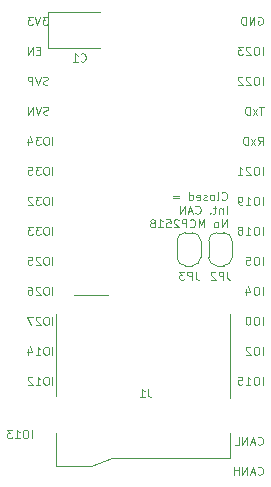
<source format=gbo>
G04 #@! TF.GenerationSoftware,KiCad,Pcbnew,(5.1.10)-1*
G04 #@! TF.CreationDate,2021-08-06T13:08:38+02:00*
G04 #@! TF.ProjectId,esp32,65737033-322e-46b6-9963-61645f706362,rev?*
G04 #@! TF.SameCoordinates,Original*
G04 #@! TF.FileFunction,Legend,Bot*
G04 #@! TF.FilePolarity,Positive*
%FSLAX46Y46*%
G04 Gerber Fmt 4.6, Leading zero omitted, Abs format (unit mm)*
G04 Created by KiCad (PCBNEW (5.1.10)-1) date 2021-08-06 13:08:38*
%MOMM*%
%LPD*%
G01*
G04 APERTURE LIST*
%ADD10C,0.100000*%
%ADD11C,0.120000*%
%ADD12R,1.600000X1.400000*%
%ADD13R,1.200000X2.200000*%
%ADD14C,1.000000*%
%ADD15R,0.700000X1.400000*%
%ADD16R,1.700000X1.700000*%
%ADD17O,1.700000X1.700000*%
G04 APERTURE END LIST*
D10*
X104270333Y-81142000D02*
X104303666Y-81175333D01*
X104403666Y-81208666D01*
X104470333Y-81208666D01*
X104570333Y-81175333D01*
X104637000Y-81108666D01*
X104670333Y-81042000D01*
X104703666Y-80908666D01*
X104703666Y-80808666D01*
X104670333Y-80675333D01*
X104637000Y-80608666D01*
X104570333Y-80542000D01*
X104470333Y-80508666D01*
X104403666Y-80508666D01*
X104303666Y-80542000D01*
X104270333Y-80575333D01*
X103870333Y-81208666D02*
X103937000Y-81175333D01*
X103970333Y-81108666D01*
X103970333Y-80508666D01*
X103503666Y-81208666D02*
X103570333Y-81175333D01*
X103603666Y-81142000D01*
X103637000Y-81075333D01*
X103637000Y-80875333D01*
X103603666Y-80808666D01*
X103570333Y-80775333D01*
X103503666Y-80742000D01*
X103403666Y-80742000D01*
X103337000Y-80775333D01*
X103303666Y-80808666D01*
X103270333Y-80875333D01*
X103270333Y-81075333D01*
X103303666Y-81142000D01*
X103337000Y-81175333D01*
X103403666Y-81208666D01*
X103503666Y-81208666D01*
X103003666Y-81175333D02*
X102937000Y-81208666D01*
X102803666Y-81208666D01*
X102737000Y-81175333D01*
X102703666Y-81108666D01*
X102703666Y-81075333D01*
X102737000Y-81008666D01*
X102803666Y-80975333D01*
X102903666Y-80975333D01*
X102970333Y-80942000D01*
X103003666Y-80875333D01*
X103003666Y-80842000D01*
X102970333Y-80775333D01*
X102903666Y-80742000D01*
X102803666Y-80742000D01*
X102737000Y-80775333D01*
X102137000Y-81175333D02*
X102203666Y-81208666D01*
X102337000Y-81208666D01*
X102403666Y-81175333D01*
X102437000Y-81108666D01*
X102437000Y-80842000D01*
X102403666Y-80775333D01*
X102337000Y-80742000D01*
X102203666Y-80742000D01*
X102137000Y-80775333D01*
X102103666Y-80842000D01*
X102103666Y-80908666D01*
X102437000Y-80975333D01*
X101503666Y-81208666D02*
X101503666Y-80508666D01*
X101503666Y-81175333D02*
X101570333Y-81208666D01*
X101703666Y-81208666D01*
X101770333Y-81175333D01*
X101803666Y-81142000D01*
X101837000Y-81075333D01*
X101837000Y-80875333D01*
X101803666Y-80808666D01*
X101770333Y-80775333D01*
X101703666Y-80742000D01*
X101570333Y-80742000D01*
X101503666Y-80775333D01*
X100637000Y-80842000D02*
X100103666Y-80842000D01*
X100103666Y-81042000D02*
X100637000Y-81042000D01*
X104670333Y-82358666D02*
X104670333Y-81658666D01*
X104337000Y-81892000D02*
X104337000Y-82358666D01*
X104337000Y-81958666D02*
X104303666Y-81925333D01*
X104237000Y-81892000D01*
X104137000Y-81892000D01*
X104070333Y-81925333D01*
X104037000Y-81992000D01*
X104037000Y-82358666D01*
X103803666Y-81892000D02*
X103537000Y-81892000D01*
X103703666Y-81658666D02*
X103703666Y-82258666D01*
X103670333Y-82325333D01*
X103603666Y-82358666D01*
X103537000Y-82358666D01*
X103303666Y-82292000D02*
X103270333Y-82325333D01*
X103303666Y-82358666D01*
X103337000Y-82325333D01*
X103303666Y-82292000D01*
X103303666Y-82358666D01*
X102037000Y-82292000D02*
X102070333Y-82325333D01*
X102170333Y-82358666D01*
X102237000Y-82358666D01*
X102337000Y-82325333D01*
X102403666Y-82258666D01*
X102437000Y-82192000D01*
X102470333Y-82058666D01*
X102470333Y-81958666D01*
X102437000Y-81825333D01*
X102403666Y-81758666D01*
X102337000Y-81692000D01*
X102237000Y-81658666D01*
X102170333Y-81658666D01*
X102070333Y-81692000D01*
X102037000Y-81725333D01*
X101770333Y-82158666D02*
X101437000Y-82158666D01*
X101837000Y-82358666D02*
X101603666Y-81658666D01*
X101370333Y-82358666D01*
X101137000Y-82358666D02*
X101137000Y-81658666D01*
X100737000Y-82358666D01*
X100737000Y-81658666D01*
X104670333Y-83508666D02*
X104670333Y-82808666D01*
X104270333Y-83508666D01*
X104270333Y-82808666D01*
X103837000Y-83508666D02*
X103903666Y-83475333D01*
X103937000Y-83442000D01*
X103970333Y-83375333D01*
X103970333Y-83175333D01*
X103937000Y-83108666D01*
X103903666Y-83075333D01*
X103837000Y-83042000D01*
X103737000Y-83042000D01*
X103670333Y-83075333D01*
X103637000Y-83108666D01*
X103603666Y-83175333D01*
X103603666Y-83375333D01*
X103637000Y-83442000D01*
X103670333Y-83475333D01*
X103737000Y-83508666D01*
X103837000Y-83508666D01*
X102770333Y-83508666D02*
X102770333Y-82808666D01*
X102537000Y-83308666D01*
X102303666Y-82808666D01*
X102303666Y-83508666D01*
X101570333Y-83442000D02*
X101603666Y-83475333D01*
X101703666Y-83508666D01*
X101770333Y-83508666D01*
X101870333Y-83475333D01*
X101937000Y-83408666D01*
X101970333Y-83342000D01*
X102003666Y-83208666D01*
X102003666Y-83108666D01*
X101970333Y-82975333D01*
X101937000Y-82908666D01*
X101870333Y-82842000D01*
X101770333Y-82808666D01*
X101703666Y-82808666D01*
X101603666Y-82842000D01*
X101570333Y-82875333D01*
X101270333Y-83508666D02*
X101270333Y-82808666D01*
X101003666Y-82808666D01*
X100937000Y-82842000D01*
X100903666Y-82875333D01*
X100870333Y-82942000D01*
X100870333Y-83042000D01*
X100903666Y-83108666D01*
X100937000Y-83142000D01*
X101003666Y-83175333D01*
X101270333Y-83175333D01*
X100603666Y-82875333D02*
X100570333Y-82842000D01*
X100503666Y-82808666D01*
X100337000Y-82808666D01*
X100270333Y-82842000D01*
X100237000Y-82875333D01*
X100203666Y-82942000D01*
X100203666Y-83008666D01*
X100237000Y-83108666D01*
X100637000Y-83508666D01*
X100203666Y-83508666D01*
X99570333Y-82808666D02*
X99903666Y-82808666D01*
X99937000Y-83142000D01*
X99903666Y-83108666D01*
X99837000Y-83075333D01*
X99670333Y-83075333D01*
X99603666Y-83108666D01*
X99570333Y-83142000D01*
X99537000Y-83208666D01*
X99537000Y-83375333D01*
X99570333Y-83442000D01*
X99603666Y-83475333D01*
X99670333Y-83508666D01*
X99837000Y-83508666D01*
X99903666Y-83475333D01*
X99937000Y-83442000D01*
X98870333Y-83508666D02*
X99270333Y-83508666D01*
X99070333Y-83508666D02*
X99070333Y-82808666D01*
X99137000Y-82908666D01*
X99203666Y-82975333D01*
X99270333Y-83008666D01*
X98470333Y-83108666D02*
X98537000Y-83075333D01*
X98570333Y-83042000D01*
X98603666Y-82975333D01*
X98603666Y-82942000D01*
X98570333Y-82875333D01*
X98537000Y-82842000D01*
X98470333Y-82808666D01*
X98337000Y-82808666D01*
X98270333Y-82842000D01*
X98237000Y-82875333D01*
X98203666Y-82942000D01*
X98203666Y-82975333D01*
X98237000Y-83042000D01*
X98270333Y-83075333D01*
X98337000Y-83108666D01*
X98470333Y-83108666D01*
X98537000Y-83142000D01*
X98570333Y-83175333D01*
X98603666Y-83242000D01*
X98603666Y-83375333D01*
X98570333Y-83442000D01*
X98537000Y-83475333D01*
X98470333Y-83508666D01*
X98337000Y-83508666D01*
X98270333Y-83475333D01*
X98237000Y-83442000D01*
X98203666Y-83375333D01*
X98203666Y-83242000D01*
X98237000Y-83175333D01*
X98270333Y-83142000D01*
X98337000Y-83108666D01*
D11*
X94665000Y-89222000D02*
X91765000Y-89222000D01*
X90190000Y-90822000D02*
X90190000Y-97822000D01*
X90190000Y-103722000D02*
X93190000Y-103722000D01*
X93165000Y-103722000D02*
X94965000Y-103022000D01*
X94965000Y-103022000D02*
X104940000Y-103022000D01*
X104940000Y-97922000D02*
X104940000Y-90822000D01*
X104940000Y-103022000D02*
X104940000Y-100922000D01*
X90190000Y-100922000D02*
X90190000Y-103722000D01*
X105140000Y-86044000D02*
X105140000Y-84644000D01*
X104440000Y-83944000D02*
X103840000Y-83944000D01*
X103140000Y-84644000D02*
X103140000Y-86044000D01*
X103840000Y-86744000D02*
X104440000Y-86744000D01*
X104440000Y-86744000D02*
G75*
G03*
X105140000Y-86044000I0J700000D01*
G01*
X103140000Y-86044000D02*
G75*
G03*
X103840000Y-86744000I700000J0D01*
G01*
X103840000Y-83944000D02*
G75*
G03*
X103140000Y-84644000I0J-700000D01*
G01*
X105140000Y-84644000D02*
G75*
G03*
X104440000Y-83944000I-700000J0D01*
G01*
X101173000Y-86744000D02*
X101773000Y-86744000D01*
X100473000Y-84644000D02*
X100473000Y-86044000D01*
X101773000Y-83944000D02*
X101173000Y-83944000D01*
X102473000Y-86044000D02*
X102473000Y-84644000D01*
X102473000Y-84644000D02*
G75*
G03*
X101773000Y-83944000I-700000J0D01*
G01*
X101173000Y-83944000D02*
G75*
G03*
X100473000Y-84644000I0J-700000D01*
G01*
X100473000Y-86044000D02*
G75*
G03*
X101173000Y-86744000I700000J0D01*
G01*
X101773000Y-86744000D02*
G75*
G03*
X102473000Y-86044000I0J700000D01*
G01*
X89567000Y-65292000D02*
X93952000Y-65292000D01*
X89567000Y-68312000D02*
X89567000Y-65292000D01*
X93952000Y-68312000D02*
X89567000Y-68312000D01*
D10*
X98023333Y-97152666D02*
X98023333Y-97652666D01*
X98056666Y-97752666D01*
X98123333Y-97819333D01*
X98223333Y-97852666D01*
X98290000Y-97852666D01*
X97323333Y-97852666D02*
X97723333Y-97852666D01*
X97523333Y-97852666D02*
X97523333Y-97152666D01*
X97590000Y-97252666D01*
X97656666Y-97319333D01*
X97723333Y-97352666D01*
X89928333Y-79056666D02*
X89928333Y-78356666D01*
X89461666Y-78356666D02*
X89328333Y-78356666D01*
X89261666Y-78390000D01*
X89195000Y-78456666D01*
X89161666Y-78590000D01*
X89161666Y-78823333D01*
X89195000Y-78956666D01*
X89261666Y-79023333D01*
X89328333Y-79056666D01*
X89461666Y-79056666D01*
X89528333Y-79023333D01*
X89595000Y-78956666D01*
X89628333Y-78823333D01*
X89628333Y-78590000D01*
X89595000Y-78456666D01*
X89528333Y-78390000D01*
X89461666Y-78356666D01*
X88928333Y-78356666D02*
X88495000Y-78356666D01*
X88728333Y-78623333D01*
X88628333Y-78623333D01*
X88561666Y-78656666D01*
X88528333Y-78690000D01*
X88495000Y-78756666D01*
X88495000Y-78923333D01*
X88528333Y-78990000D01*
X88561666Y-79023333D01*
X88628333Y-79056666D01*
X88828333Y-79056666D01*
X88895000Y-79023333D01*
X88928333Y-78990000D01*
X87861666Y-78356666D02*
X88195000Y-78356666D01*
X88228333Y-78690000D01*
X88195000Y-78656666D01*
X88128333Y-78623333D01*
X87961666Y-78623333D01*
X87895000Y-78656666D01*
X87861666Y-78690000D01*
X87828333Y-78756666D01*
X87828333Y-78923333D01*
X87861666Y-78990000D01*
X87895000Y-79023333D01*
X87961666Y-79056666D01*
X88128333Y-79056666D01*
X88195000Y-79023333D01*
X88228333Y-78990000D01*
X89928333Y-94296666D02*
X89928333Y-93596666D01*
X89461666Y-93596666D02*
X89328333Y-93596666D01*
X89261666Y-93630000D01*
X89195000Y-93696666D01*
X89161666Y-93830000D01*
X89161666Y-94063333D01*
X89195000Y-94196666D01*
X89261666Y-94263333D01*
X89328333Y-94296666D01*
X89461666Y-94296666D01*
X89528333Y-94263333D01*
X89595000Y-94196666D01*
X89628333Y-94063333D01*
X89628333Y-93830000D01*
X89595000Y-93696666D01*
X89528333Y-93630000D01*
X89461666Y-93596666D01*
X88495000Y-94296666D02*
X88895000Y-94296666D01*
X88695000Y-94296666D02*
X88695000Y-93596666D01*
X88761666Y-93696666D01*
X88828333Y-93763333D01*
X88895000Y-93796666D01*
X87895000Y-93830000D02*
X87895000Y-94296666D01*
X88061666Y-93563333D02*
X88228333Y-94063333D01*
X87795000Y-94063333D01*
X88895000Y-68530000D02*
X88661666Y-68530000D01*
X88561666Y-68896666D02*
X88895000Y-68896666D01*
X88895000Y-68196666D01*
X88561666Y-68196666D01*
X88261666Y-68896666D02*
X88261666Y-68196666D01*
X87861666Y-68896666D01*
X87861666Y-68196666D01*
X89928333Y-89216666D02*
X89928333Y-88516666D01*
X89461666Y-88516666D02*
X89328333Y-88516666D01*
X89261666Y-88550000D01*
X89195000Y-88616666D01*
X89161666Y-88750000D01*
X89161666Y-88983333D01*
X89195000Y-89116666D01*
X89261666Y-89183333D01*
X89328333Y-89216666D01*
X89461666Y-89216666D01*
X89528333Y-89183333D01*
X89595000Y-89116666D01*
X89628333Y-88983333D01*
X89628333Y-88750000D01*
X89595000Y-88616666D01*
X89528333Y-88550000D01*
X89461666Y-88516666D01*
X88895000Y-88583333D02*
X88861666Y-88550000D01*
X88795000Y-88516666D01*
X88628333Y-88516666D01*
X88561666Y-88550000D01*
X88528333Y-88583333D01*
X88495000Y-88650000D01*
X88495000Y-88716666D01*
X88528333Y-88816666D01*
X88928333Y-89216666D01*
X88495000Y-89216666D01*
X87895000Y-88516666D02*
X88028333Y-88516666D01*
X88095000Y-88550000D01*
X88128333Y-88583333D01*
X88195000Y-88683333D01*
X88228333Y-88816666D01*
X88228333Y-89083333D01*
X88195000Y-89150000D01*
X88161666Y-89183333D01*
X88095000Y-89216666D01*
X87961666Y-89216666D01*
X87895000Y-89183333D01*
X87861666Y-89150000D01*
X87828333Y-89083333D01*
X87828333Y-88916666D01*
X87861666Y-88850000D01*
X87895000Y-88816666D01*
X87961666Y-88783333D01*
X88095000Y-88783333D01*
X88161666Y-88816666D01*
X88195000Y-88850000D01*
X88228333Y-88916666D01*
X89928333Y-81596666D02*
X89928333Y-80896666D01*
X89461666Y-80896666D02*
X89328333Y-80896666D01*
X89261666Y-80930000D01*
X89195000Y-80996666D01*
X89161666Y-81130000D01*
X89161666Y-81363333D01*
X89195000Y-81496666D01*
X89261666Y-81563333D01*
X89328333Y-81596666D01*
X89461666Y-81596666D01*
X89528333Y-81563333D01*
X89595000Y-81496666D01*
X89628333Y-81363333D01*
X89628333Y-81130000D01*
X89595000Y-80996666D01*
X89528333Y-80930000D01*
X89461666Y-80896666D01*
X88928333Y-80896666D02*
X88495000Y-80896666D01*
X88728333Y-81163333D01*
X88628333Y-81163333D01*
X88561666Y-81196666D01*
X88528333Y-81230000D01*
X88495000Y-81296666D01*
X88495000Y-81463333D01*
X88528333Y-81530000D01*
X88561666Y-81563333D01*
X88628333Y-81596666D01*
X88828333Y-81596666D01*
X88895000Y-81563333D01*
X88928333Y-81530000D01*
X88228333Y-80963333D02*
X88195000Y-80930000D01*
X88128333Y-80896666D01*
X87961666Y-80896666D01*
X87895000Y-80930000D01*
X87861666Y-80963333D01*
X87828333Y-81030000D01*
X87828333Y-81096666D01*
X87861666Y-81196666D01*
X88261666Y-81596666D01*
X87828333Y-81596666D01*
X89528333Y-71403333D02*
X89428333Y-71436666D01*
X89261666Y-71436666D01*
X89195000Y-71403333D01*
X89161666Y-71370000D01*
X89128333Y-71303333D01*
X89128333Y-71236666D01*
X89161666Y-71170000D01*
X89195000Y-71136666D01*
X89261666Y-71103333D01*
X89395000Y-71070000D01*
X89461666Y-71036666D01*
X89495000Y-71003333D01*
X89528333Y-70936666D01*
X89528333Y-70870000D01*
X89495000Y-70803333D01*
X89461666Y-70770000D01*
X89395000Y-70736666D01*
X89228333Y-70736666D01*
X89128333Y-70770000D01*
X88928333Y-70736666D02*
X88695000Y-71436666D01*
X88461666Y-70736666D01*
X88228333Y-71436666D02*
X88228333Y-70736666D01*
X87961666Y-70736666D01*
X87895000Y-70770000D01*
X87861666Y-70803333D01*
X87828333Y-70870000D01*
X87828333Y-70970000D01*
X87861666Y-71036666D01*
X87895000Y-71070000D01*
X87961666Y-71103333D01*
X88228333Y-71103333D01*
X89928333Y-84136666D02*
X89928333Y-83436666D01*
X89461666Y-83436666D02*
X89328333Y-83436666D01*
X89261666Y-83470000D01*
X89195000Y-83536666D01*
X89161666Y-83670000D01*
X89161666Y-83903333D01*
X89195000Y-84036666D01*
X89261666Y-84103333D01*
X89328333Y-84136666D01*
X89461666Y-84136666D01*
X89528333Y-84103333D01*
X89595000Y-84036666D01*
X89628333Y-83903333D01*
X89628333Y-83670000D01*
X89595000Y-83536666D01*
X89528333Y-83470000D01*
X89461666Y-83436666D01*
X88928333Y-83436666D02*
X88495000Y-83436666D01*
X88728333Y-83703333D01*
X88628333Y-83703333D01*
X88561666Y-83736666D01*
X88528333Y-83770000D01*
X88495000Y-83836666D01*
X88495000Y-84003333D01*
X88528333Y-84070000D01*
X88561666Y-84103333D01*
X88628333Y-84136666D01*
X88828333Y-84136666D01*
X88895000Y-84103333D01*
X88928333Y-84070000D01*
X88261666Y-83436666D02*
X87828333Y-83436666D01*
X88061666Y-83703333D01*
X87961666Y-83703333D01*
X87895000Y-83736666D01*
X87861666Y-83770000D01*
X87828333Y-83836666D01*
X87828333Y-84003333D01*
X87861666Y-84070000D01*
X87895000Y-84103333D01*
X87961666Y-84136666D01*
X88161666Y-84136666D01*
X88228333Y-84103333D01*
X88261666Y-84070000D01*
X89928333Y-91756666D02*
X89928333Y-91056666D01*
X89461666Y-91056666D02*
X89328333Y-91056666D01*
X89261666Y-91090000D01*
X89195000Y-91156666D01*
X89161666Y-91290000D01*
X89161666Y-91523333D01*
X89195000Y-91656666D01*
X89261666Y-91723333D01*
X89328333Y-91756666D01*
X89461666Y-91756666D01*
X89528333Y-91723333D01*
X89595000Y-91656666D01*
X89628333Y-91523333D01*
X89628333Y-91290000D01*
X89595000Y-91156666D01*
X89528333Y-91090000D01*
X89461666Y-91056666D01*
X88895000Y-91123333D02*
X88861666Y-91090000D01*
X88795000Y-91056666D01*
X88628333Y-91056666D01*
X88561666Y-91090000D01*
X88528333Y-91123333D01*
X88495000Y-91190000D01*
X88495000Y-91256666D01*
X88528333Y-91356666D01*
X88928333Y-91756666D01*
X88495000Y-91756666D01*
X88261666Y-91056666D02*
X87795000Y-91056666D01*
X88095000Y-91756666D01*
X89928333Y-86676666D02*
X89928333Y-85976666D01*
X89461666Y-85976666D02*
X89328333Y-85976666D01*
X89261666Y-86010000D01*
X89195000Y-86076666D01*
X89161666Y-86210000D01*
X89161666Y-86443333D01*
X89195000Y-86576666D01*
X89261666Y-86643333D01*
X89328333Y-86676666D01*
X89461666Y-86676666D01*
X89528333Y-86643333D01*
X89595000Y-86576666D01*
X89628333Y-86443333D01*
X89628333Y-86210000D01*
X89595000Y-86076666D01*
X89528333Y-86010000D01*
X89461666Y-85976666D01*
X88895000Y-86043333D02*
X88861666Y-86010000D01*
X88795000Y-85976666D01*
X88628333Y-85976666D01*
X88561666Y-86010000D01*
X88528333Y-86043333D01*
X88495000Y-86110000D01*
X88495000Y-86176666D01*
X88528333Y-86276666D01*
X88928333Y-86676666D01*
X88495000Y-86676666D01*
X87861666Y-85976666D02*
X88195000Y-85976666D01*
X88228333Y-86310000D01*
X88195000Y-86276666D01*
X88128333Y-86243333D01*
X87961666Y-86243333D01*
X87895000Y-86276666D01*
X87861666Y-86310000D01*
X87828333Y-86376666D01*
X87828333Y-86543333D01*
X87861666Y-86610000D01*
X87895000Y-86643333D01*
X87961666Y-86676666D01*
X88128333Y-86676666D01*
X88195000Y-86643333D01*
X88228333Y-86610000D01*
X88183353Y-101335006D02*
X88183353Y-100635006D01*
X87716686Y-100635006D02*
X87583353Y-100635006D01*
X87516686Y-100668340D01*
X87450020Y-100735006D01*
X87416686Y-100868340D01*
X87416686Y-101101673D01*
X87450020Y-101235006D01*
X87516686Y-101301673D01*
X87583353Y-101335006D01*
X87716686Y-101335006D01*
X87783353Y-101301673D01*
X87850020Y-101235006D01*
X87883353Y-101101673D01*
X87883353Y-100868340D01*
X87850020Y-100735006D01*
X87783353Y-100668340D01*
X87716686Y-100635006D01*
X86750020Y-101335006D02*
X87150020Y-101335006D01*
X86950020Y-101335006D02*
X86950020Y-100635006D01*
X87016686Y-100735006D01*
X87083353Y-100801673D01*
X87150020Y-100835006D01*
X86516686Y-100635006D02*
X86083353Y-100635006D01*
X86316686Y-100901673D01*
X86216686Y-100901673D01*
X86150020Y-100935006D01*
X86116686Y-100968340D01*
X86083353Y-101035006D01*
X86083353Y-101201673D01*
X86116686Y-101268340D01*
X86150020Y-101301673D01*
X86216686Y-101335006D01*
X86416686Y-101335006D01*
X86483353Y-101301673D01*
X86516686Y-101268340D01*
X89928333Y-76516666D02*
X89928333Y-75816666D01*
X89461666Y-75816666D02*
X89328333Y-75816666D01*
X89261666Y-75850000D01*
X89195000Y-75916666D01*
X89161666Y-76050000D01*
X89161666Y-76283333D01*
X89195000Y-76416666D01*
X89261666Y-76483333D01*
X89328333Y-76516666D01*
X89461666Y-76516666D01*
X89528333Y-76483333D01*
X89595000Y-76416666D01*
X89628333Y-76283333D01*
X89628333Y-76050000D01*
X89595000Y-75916666D01*
X89528333Y-75850000D01*
X89461666Y-75816666D01*
X88928333Y-75816666D02*
X88495000Y-75816666D01*
X88728333Y-76083333D01*
X88628333Y-76083333D01*
X88561666Y-76116666D01*
X88528333Y-76150000D01*
X88495000Y-76216666D01*
X88495000Y-76383333D01*
X88528333Y-76450000D01*
X88561666Y-76483333D01*
X88628333Y-76516666D01*
X88828333Y-76516666D01*
X88895000Y-76483333D01*
X88928333Y-76450000D01*
X87895000Y-76050000D02*
X87895000Y-76516666D01*
X88061666Y-75783333D02*
X88228333Y-76283333D01*
X87795000Y-76283333D01*
X89561666Y-73943333D02*
X89461666Y-73976666D01*
X89295000Y-73976666D01*
X89228333Y-73943333D01*
X89195000Y-73910000D01*
X89161666Y-73843333D01*
X89161666Y-73776666D01*
X89195000Y-73710000D01*
X89228333Y-73676666D01*
X89295000Y-73643333D01*
X89428333Y-73610000D01*
X89495000Y-73576666D01*
X89528333Y-73543333D01*
X89561666Y-73476666D01*
X89561666Y-73410000D01*
X89528333Y-73343333D01*
X89495000Y-73310000D01*
X89428333Y-73276666D01*
X89261666Y-73276666D01*
X89161666Y-73310000D01*
X88961666Y-73276666D02*
X88728333Y-73976666D01*
X88495000Y-73276666D01*
X88261666Y-73976666D02*
X88261666Y-73276666D01*
X87861666Y-73976666D01*
X87861666Y-73276666D01*
X89928333Y-96836666D02*
X89928333Y-96136666D01*
X89461666Y-96136666D02*
X89328333Y-96136666D01*
X89261666Y-96170000D01*
X89195000Y-96236666D01*
X89161666Y-96370000D01*
X89161666Y-96603333D01*
X89195000Y-96736666D01*
X89261666Y-96803333D01*
X89328333Y-96836666D01*
X89461666Y-96836666D01*
X89528333Y-96803333D01*
X89595000Y-96736666D01*
X89628333Y-96603333D01*
X89628333Y-96370000D01*
X89595000Y-96236666D01*
X89528333Y-96170000D01*
X89461666Y-96136666D01*
X88495000Y-96836666D02*
X88895000Y-96836666D01*
X88695000Y-96836666D02*
X88695000Y-96136666D01*
X88761666Y-96236666D01*
X88828333Y-96303333D01*
X88895000Y-96336666D01*
X88228333Y-96203333D02*
X88195000Y-96170000D01*
X88128333Y-96136666D01*
X87961666Y-96136666D01*
X87895000Y-96170000D01*
X87861666Y-96203333D01*
X87828333Y-96270000D01*
X87828333Y-96336666D01*
X87861666Y-96436666D01*
X88261666Y-96836666D01*
X87828333Y-96836666D01*
X89528333Y-65656666D02*
X89095000Y-65656666D01*
X89328333Y-65923333D01*
X89228333Y-65923333D01*
X89161666Y-65956666D01*
X89128333Y-65990000D01*
X89095000Y-66056666D01*
X89095000Y-66223333D01*
X89128333Y-66290000D01*
X89161666Y-66323333D01*
X89228333Y-66356666D01*
X89428333Y-66356666D01*
X89495000Y-66323333D01*
X89528333Y-66290000D01*
X88895000Y-65656666D02*
X88661666Y-66356666D01*
X88428333Y-65656666D01*
X88261666Y-65656666D02*
X87828333Y-65656666D01*
X88061666Y-65923333D01*
X87961666Y-65923333D01*
X87895000Y-65956666D01*
X87861666Y-65990000D01*
X87828333Y-66056666D01*
X87828333Y-66223333D01*
X87861666Y-66290000D01*
X87895000Y-66323333D01*
X87961666Y-66356666D01*
X88161666Y-66356666D01*
X88228333Y-66323333D01*
X88261666Y-66290000D01*
X107351666Y-65690000D02*
X107418333Y-65656666D01*
X107518333Y-65656666D01*
X107618333Y-65690000D01*
X107685000Y-65756666D01*
X107718333Y-65823333D01*
X107751666Y-65956666D01*
X107751666Y-66056666D01*
X107718333Y-66190000D01*
X107685000Y-66256666D01*
X107618333Y-66323333D01*
X107518333Y-66356666D01*
X107451666Y-66356666D01*
X107351666Y-66323333D01*
X107318333Y-66290000D01*
X107318333Y-66056666D01*
X107451666Y-66056666D01*
X107018333Y-66356666D02*
X107018333Y-65656666D01*
X106618333Y-66356666D01*
X106618333Y-65656666D01*
X106285000Y-66356666D02*
X106285000Y-65656666D01*
X106118333Y-65656666D01*
X106018333Y-65690000D01*
X105951666Y-65756666D01*
X105918333Y-65823333D01*
X105885000Y-65956666D01*
X105885000Y-66056666D01*
X105918333Y-66190000D01*
X105951666Y-66256666D01*
X106018333Y-66323333D01*
X106118333Y-66356666D01*
X106285000Y-66356666D01*
X107718333Y-79056666D02*
X107718333Y-78356666D01*
X107251666Y-78356666D02*
X107118333Y-78356666D01*
X107051666Y-78390000D01*
X106985000Y-78456666D01*
X106951666Y-78590000D01*
X106951666Y-78823333D01*
X106985000Y-78956666D01*
X107051666Y-79023333D01*
X107118333Y-79056666D01*
X107251666Y-79056666D01*
X107318333Y-79023333D01*
X107385000Y-78956666D01*
X107418333Y-78823333D01*
X107418333Y-78590000D01*
X107385000Y-78456666D01*
X107318333Y-78390000D01*
X107251666Y-78356666D01*
X106685000Y-78423333D02*
X106651666Y-78390000D01*
X106585000Y-78356666D01*
X106418333Y-78356666D01*
X106351666Y-78390000D01*
X106318333Y-78423333D01*
X106285000Y-78490000D01*
X106285000Y-78556666D01*
X106318333Y-78656666D01*
X106718333Y-79056666D01*
X106285000Y-79056666D01*
X105618333Y-79056666D02*
X106018333Y-79056666D01*
X105818333Y-79056666D02*
X105818333Y-78356666D01*
X105885000Y-78456666D01*
X105951666Y-78523333D01*
X106018333Y-78556666D01*
X107818333Y-73276666D02*
X107418333Y-73276666D01*
X107618333Y-73976666D02*
X107618333Y-73276666D01*
X107251666Y-73976666D02*
X106885000Y-73510000D01*
X107251666Y-73510000D02*
X106885000Y-73976666D01*
X106618333Y-73976666D02*
X106618333Y-73276666D01*
X106451666Y-73276666D01*
X106351666Y-73310000D01*
X106285000Y-73376666D01*
X106251666Y-73443333D01*
X106218333Y-73576666D01*
X106218333Y-73676666D01*
X106251666Y-73810000D01*
X106285000Y-73876666D01*
X106351666Y-73943333D01*
X106451666Y-73976666D01*
X106618333Y-73976666D01*
X107718333Y-68896666D02*
X107718333Y-68196666D01*
X107251666Y-68196666D02*
X107118333Y-68196666D01*
X107051666Y-68230000D01*
X106985000Y-68296666D01*
X106951666Y-68430000D01*
X106951666Y-68663333D01*
X106985000Y-68796666D01*
X107051666Y-68863333D01*
X107118333Y-68896666D01*
X107251666Y-68896666D01*
X107318333Y-68863333D01*
X107385000Y-68796666D01*
X107418333Y-68663333D01*
X107418333Y-68430000D01*
X107385000Y-68296666D01*
X107318333Y-68230000D01*
X107251666Y-68196666D01*
X106685000Y-68263333D02*
X106651666Y-68230000D01*
X106585000Y-68196666D01*
X106418333Y-68196666D01*
X106351666Y-68230000D01*
X106318333Y-68263333D01*
X106285000Y-68330000D01*
X106285000Y-68396666D01*
X106318333Y-68496666D01*
X106718333Y-68896666D01*
X106285000Y-68896666D01*
X106051666Y-68196666D02*
X105618333Y-68196666D01*
X105851666Y-68463333D01*
X105751666Y-68463333D01*
X105685000Y-68496666D01*
X105651666Y-68530000D01*
X105618333Y-68596666D01*
X105618333Y-68763333D01*
X105651666Y-68830000D01*
X105685000Y-68863333D01*
X105751666Y-68896666D01*
X105951666Y-68896666D01*
X106018333Y-68863333D01*
X106051666Y-68830000D01*
X107718333Y-71436666D02*
X107718333Y-70736666D01*
X107251666Y-70736666D02*
X107118333Y-70736666D01*
X107051666Y-70770000D01*
X106985000Y-70836666D01*
X106951666Y-70970000D01*
X106951666Y-71203333D01*
X106985000Y-71336666D01*
X107051666Y-71403333D01*
X107118333Y-71436666D01*
X107251666Y-71436666D01*
X107318333Y-71403333D01*
X107385000Y-71336666D01*
X107418333Y-71203333D01*
X107418333Y-70970000D01*
X107385000Y-70836666D01*
X107318333Y-70770000D01*
X107251666Y-70736666D01*
X106685000Y-70803333D02*
X106651666Y-70770000D01*
X106585000Y-70736666D01*
X106418333Y-70736666D01*
X106351666Y-70770000D01*
X106318333Y-70803333D01*
X106285000Y-70870000D01*
X106285000Y-70936666D01*
X106318333Y-71036666D01*
X106718333Y-71436666D01*
X106285000Y-71436666D01*
X106018333Y-70803333D02*
X105985000Y-70770000D01*
X105918333Y-70736666D01*
X105751666Y-70736666D01*
X105685000Y-70770000D01*
X105651666Y-70803333D01*
X105618333Y-70870000D01*
X105618333Y-70936666D01*
X105651666Y-71036666D01*
X106051666Y-71436666D01*
X105618333Y-71436666D01*
X107318333Y-76516666D02*
X107551666Y-76183333D01*
X107718333Y-76516666D02*
X107718333Y-75816666D01*
X107451666Y-75816666D01*
X107385000Y-75850000D01*
X107351666Y-75883333D01*
X107318333Y-75950000D01*
X107318333Y-76050000D01*
X107351666Y-76116666D01*
X107385000Y-76150000D01*
X107451666Y-76183333D01*
X107718333Y-76183333D01*
X107085000Y-76516666D02*
X106718333Y-76050000D01*
X107085000Y-76050000D02*
X106718333Y-76516666D01*
X106451666Y-76516666D02*
X106451666Y-75816666D01*
X106285000Y-75816666D01*
X106185000Y-75850000D01*
X106118333Y-75916666D01*
X106085000Y-75983333D01*
X106051666Y-76116666D01*
X106051666Y-76216666D01*
X106085000Y-76350000D01*
X106118333Y-76416666D01*
X106185000Y-76483333D01*
X106285000Y-76516666D01*
X106451666Y-76516666D01*
X107718333Y-84136666D02*
X107718333Y-83436666D01*
X107251666Y-83436666D02*
X107118333Y-83436666D01*
X107051666Y-83470000D01*
X106985000Y-83536666D01*
X106951666Y-83670000D01*
X106951666Y-83903333D01*
X106985000Y-84036666D01*
X107051666Y-84103333D01*
X107118333Y-84136666D01*
X107251666Y-84136666D01*
X107318333Y-84103333D01*
X107385000Y-84036666D01*
X107418333Y-83903333D01*
X107418333Y-83670000D01*
X107385000Y-83536666D01*
X107318333Y-83470000D01*
X107251666Y-83436666D01*
X106285000Y-84136666D02*
X106685000Y-84136666D01*
X106485000Y-84136666D02*
X106485000Y-83436666D01*
X106551666Y-83536666D01*
X106618333Y-83603333D01*
X106685000Y-83636666D01*
X105885000Y-83736666D02*
X105951666Y-83703333D01*
X105985000Y-83670000D01*
X106018333Y-83603333D01*
X106018333Y-83570000D01*
X105985000Y-83503333D01*
X105951666Y-83470000D01*
X105885000Y-83436666D01*
X105751666Y-83436666D01*
X105685000Y-83470000D01*
X105651666Y-83503333D01*
X105618333Y-83570000D01*
X105618333Y-83603333D01*
X105651666Y-83670000D01*
X105685000Y-83703333D01*
X105751666Y-83736666D01*
X105885000Y-83736666D01*
X105951666Y-83770000D01*
X105985000Y-83803333D01*
X106018333Y-83870000D01*
X106018333Y-84003333D01*
X105985000Y-84070000D01*
X105951666Y-84103333D01*
X105885000Y-84136666D01*
X105751666Y-84136666D01*
X105685000Y-84103333D01*
X105651666Y-84070000D01*
X105618333Y-84003333D01*
X105618333Y-83870000D01*
X105651666Y-83803333D01*
X105685000Y-83770000D01*
X105751666Y-83736666D01*
X107718333Y-81596666D02*
X107718333Y-80896666D01*
X107251666Y-80896666D02*
X107118333Y-80896666D01*
X107051666Y-80930000D01*
X106985000Y-80996666D01*
X106951666Y-81130000D01*
X106951666Y-81363333D01*
X106985000Y-81496666D01*
X107051666Y-81563333D01*
X107118333Y-81596666D01*
X107251666Y-81596666D01*
X107318333Y-81563333D01*
X107385000Y-81496666D01*
X107418333Y-81363333D01*
X107418333Y-81130000D01*
X107385000Y-80996666D01*
X107318333Y-80930000D01*
X107251666Y-80896666D01*
X106285000Y-81596666D02*
X106685000Y-81596666D01*
X106485000Y-81596666D02*
X106485000Y-80896666D01*
X106551666Y-80996666D01*
X106618333Y-81063333D01*
X106685000Y-81096666D01*
X105951666Y-81596666D02*
X105818333Y-81596666D01*
X105751666Y-81563333D01*
X105718333Y-81530000D01*
X105651666Y-81430000D01*
X105618333Y-81296666D01*
X105618333Y-81030000D01*
X105651666Y-80963333D01*
X105685000Y-80930000D01*
X105751666Y-80896666D01*
X105885000Y-80896666D01*
X105951666Y-80930000D01*
X105985000Y-80963333D01*
X106018333Y-81030000D01*
X106018333Y-81196666D01*
X105985000Y-81263333D01*
X105951666Y-81296666D01*
X105885000Y-81330000D01*
X105751666Y-81330000D01*
X105685000Y-81296666D01*
X105651666Y-81263333D01*
X105618333Y-81196666D01*
X107718333Y-86676666D02*
X107718333Y-85976666D01*
X107251666Y-85976666D02*
X107118333Y-85976666D01*
X107051666Y-86010000D01*
X106985000Y-86076666D01*
X106951666Y-86210000D01*
X106951666Y-86443333D01*
X106985000Y-86576666D01*
X107051666Y-86643333D01*
X107118333Y-86676666D01*
X107251666Y-86676666D01*
X107318333Y-86643333D01*
X107385000Y-86576666D01*
X107418333Y-86443333D01*
X107418333Y-86210000D01*
X107385000Y-86076666D01*
X107318333Y-86010000D01*
X107251666Y-85976666D01*
X106318333Y-85976666D02*
X106651666Y-85976666D01*
X106685000Y-86310000D01*
X106651666Y-86276666D01*
X106585000Y-86243333D01*
X106418333Y-86243333D01*
X106351666Y-86276666D01*
X106318333Y-86310000D01*
X106285000Y-86376666D01*
X106285000Y-86543333D01*
X106318333Y-86610000D01*
X106351666Y-86643333D01*
X106418333Y-86676666D01*
X106585000Y-86676666D01*
X106651666Y-86643333D01*
X106685000Y-86610000D01*
X107718333Y-96836666D02*
X107718333Y-96136666D01*
X107251666Y-96136666D02*
X107118333Y-96136666D01*
X107051666Y-96170000D01*
X106985000Y-96236666D01*
X106951666Y-96370000D01*
X106951666Y-96603333D01*
X106985000Y-96736666D01*
X107051666Y-96803333D01*
X107118333Y-96836666D01*
X107251666Y-96836666D01*
X107318333Y-96803333D01*
X107385000Y-96736666D01*
X107418333Y-96603333D01*
X107418333Y-96370000D01*
X107385000Y-96236666D01*
X107318333Y-96170000D01*
X107251666Y-96136666D01*
X106285000Y-96836666D02*
X106685000Y-96836666D01*
X106485000Y-96836666D02*
X106485000Y-96136666D01*
X106551666Y-96236666D01*
X106618333Y-96303333D01*
X106685000Y-96336666D01*
X105651666Y-96136666D02*
X105985000Y-96136666D01*
X106018333Y-96470000D01*
X105985000Y-96436666D01*
X105918333Y-96403333D01*
X105751666Y-96403333D01*
X105685000Y-96436666D01*
X105651666Y-96470000D01*
X105618333Y-96536666D01*
X105618333Y-96703333D01*
X105651666Y-96770000D01*
X105685000Y-96803333D01*
X105751666Y-96836666D01*
X105918333Y-96836666D01*
X105985000Y-96803333D01*
X106018333Y-96770000D01*
X107718333Y-94296666D02*
X107718333Y-93596666D01*
X107251666Y-93596666D02*
X107118333Y-93596666D01*
X107051666Y-93630000D01*
X106985000Y-93696666D01*
X106951666Y-93830000D01*
X106951666Y-94063333D01*
X106985000Y-94196666D01*
X107051666Y-94263333D01*
X107118333Y-94296666D01*
X107251666Y-94296666D01*
X107318333Y-94263333D01*
X107385000Y-94196666D01*
X107418333Y-94063333D01*
X107418333Y-93830000D01*
X107385000Y-93696666D01*
X107318333Y-93630000D01*
X107251666Y-93596666D01*
X106685000Y-93663333D02*
X106651666Y-93630000D01*
X106585000Y-93596666D01*
X106418333Y-93596666D01*
X106351666Y-93630000D01*
X106318333Y-93663333D01*
X106285000Y-93730000D01*
X106285000Y-93796666D01*
X106318333Y-93896666D01*
X106718333Y-94296666D01*
X106285000Y-94296666D01*
X107318333Y-104390000D02*
X107351666Y-104423333D01*
X107451666Y-104456666D01*
X107518333Y-104456666D01*
X107618333Y-104423333D01*
X107685000Y-104356666D01*
X107718333Y-104290000D01*
X107751666Y-104156666D01*
X107751666Y-104056666D01*
X107718333Y-103923333D01*
X107685000Y-103856666D01*
X107618333Y-103790000D01*
X107518333Y-103756666D01*
X107451666Y-103756666D01*
X107351666Y-103790000D01*
X107318333Y-103823333D01*
X107051666Y-104256666D02*
X106718333Y-104256666D01*
X107118333Y-104456666D02*
X106885000Y-103756666D01*
X106651666Y-104456666D01*
X106418333Y-104456666D02*
X106418333Y-103756666D01*
X106018333Y-104456666D01*
X106018333Y-103756666D01*
X105685000Y-104456666D02*
X105685000Y-103756666D01*
X105685000Y-104090000D02*
X105285000Y-104090000D01*
X105285000Y-104456666D02*
X105285000Y-103756666D01*
X107718333Y-91756666D02*
X107718333Y-91056666D01*
X107251666Y-91056666D02*
X107118333Y-91056666D01*
X107051666Y-91090000D01*
X106985000Y-91156666D01*
X106951666Y-91290000D01*
X106951666Y-91523333D01*
X106985000Y-91656666D01*
X107051666Y-91723333D01*
X107118333Y-91756666D01*
X107251666Y-91756666D01*
X107318333Y-91723333D01*
X107385000Y-91656666D01*
X107418333Y-91523333D01*
X107418333Y-91290000D01*
X107385000Y-91156666D01*
X107318333Y-91090000D01*
X107251666Y-91056666D01*
X106518333Y-91056666D02*
X106451666Y-91056666D01*
X106385000Y-91090000D01*
X106351666Y-91123333D01*
X106318333Y-91190000D01*
X106285000Y-91323333D01*
X106285000Y-91490000D01*
X106318333Y-91623333D01*
X106351666Y-91690000D01*
X106385000Y-91723333D01*
X106451666Y-91756666D01*
X106518333Y-91756666D01*
X106585000Y-91723333D01*
X106618333Y-91690000D01*
X106651666Y-91623333D01*
X106685000Y-91490000D01*
X106685000Y-91323333D01*
X106651666Y-91190000D01*
X106618333Y-91123333D01*
X106585000Y-91090000D01*
X106518333Y-91056666D01*
X107318333Y-101850000D02*
X107351666Y-101883333D01*
X107451666Y-101916666D01*
X107518333Y-101916666D01*
X107618333Y-101883333D01*
X107685000Y-101816666D01*
X107718333Y-101750000D01*
X107751666Y-101616666D01*
X107751666Y-101516666D01*
X107718333Y-101383333D01*
X107685000Y-101316666D01*
X107618333Y-101250000D01*
X107518333Y-101216666D01*
X107451666Y-101216666D01*
X107351666Y-101250000D01*
X107318333Y-101283333D01*
X107051666Y-101716666D02*
X106718333Y-101716666D01*
X107118333Y-101916666D02*
X106885000Y-101216666D01*
X106651666Y-101916666D01*
X106418333Y-101916666D02*
X106418333Y-101216666D01*
X106018333Y-101916666D01*
X106018333Y-101216666D01*
X105351666Y-101916666D02*
X105685000Y-101916666D01*
X105685000Y-101216666D01*
X107718333Y-89216666D02*
X107718333Y-88516666D01*
X107251666Y-88516666D02*
X107118333Y-88516666D01*
X107051666Y-88550000D01*
X106985000Y-88616666D01*
X106951666Y-88750000D01*
X106951666Y-88983333D01*
X106985000Y-89116666D01*
X107051666Y-89183333D01*
X107118333Y-89216666D01*
X107251666Y-89216666D01*
X107318333Y-89183333D01*
X107385000Y-89116666D01*
X107418333Y-88983333D01*
X107418333Y-88750000D01*
X107385000Y-88616666D01*
X107318333Y-88550000D01*
X107251666Y-88516666D01*
X106351666Y-88750000D02*
X106351666Y-89216666D01*
X106518333Y-88483333D02*
X106685000Y-88983333D01*
X106251666Y-88983333D01*
X104723333Y-87246666D02*
X104723333Y-87746666D01*
X104756666Y-87846666D01*
X104823333Y-87913333D01*
X104923333Y-87946666D01*
X104990000Y-87946666D01*
X104390000Y-87946666D02*
X104390000Y-87246666D01*
X104123333Y-87246666D01*
X104056666Y-87280000D01*
X104023333Y-87313333D01*
X103990000Y-87380000D01*
X103990000Y-87480000D01*
X104023333Y-87546666D01*
X104056666Y-87580000D01*
X104123333Y-87613333D01*
X104390000Y-87613333D01*
X103723333Y-87313333D02*
X103690000Y-87280000D01*
X103623333Y-87246666D01*
X103456666Y-87246666D01*
X103390000Y-87280000D01*
X103356666Y-87313333D01*
X103323333Y-87380000D01*
X103323333Y-87446666D01*
X103356666Y-87546666D01*
X103756666Y-87946666D01*
X103323333Y-87946666D01*
X102056333Y-87246666D02*
X102056333Y-87746666D01*
X102089666Y-87846666D01*
X102156333Y-87913333D01*
X102256333Y-87946666D01*
X102323000Y-87946666D01*
X101723000Y-87946666D02*
X101723000Y-87246666D01*
X101456333Y-87246666D01*
X101389666Y-87280000D01*
X101356333Y-87313333D01*
X101323000Y-87380000D01*
X101323000Y-87480000D01*
X101356333Y-87546666D01*
X101389666Y-87580000D01*
X101456333Y-87613333D01*
X101723000Y-87613333D01*
X101089666Y-87246666D02*
X100656333Y-87246666D01*
X100889666Y-87513333D01*
X100789666Y-87513333D01*
X100723000Y-87546666D01*
X100689666Y-87580000D01*
X100656333Y-87646666D01*
X100656333Y-87813333D01*
X100689666Y-87880000D01*
X100723000Y-87913333D01*
X100789666Y-87946666D01*
X100989666Y-87946666D01*
X101056333Y-87913333D01*
X101089666Y-87880000D01*
X92318666Y-69402000D02*
X92352000Y-69435333D01*
X92452000Y-69468666D01*
X92518666Y-69468666D01*
X92618666Y-69435333D01*
X92685333Y-69368666D01*
X92718666Y-69302000D01*
X92752000Y-69168666D01*
X92752000Y-69068666D01*
X92718666Y-68935333D01*
X92685333Y-68868666D01*
X92618666Y-68802000D01*
X92518666Y-68768666D01*
X92452000Y-68768666D01*
X92352000Y-68802000D01*
X92318666Y-68835333D01*
X91652000Y-69468666D02*
X92052000Y-69468666D01*
X91852000Y-69468666D02*
X91852000Y-68768666D01*
X91918666Y-68868666D01*
X91985333Y-68935333D01*
X92052000Y-68968666D01*
%LPC*%
D12*
X105565000Y-89822000D03*
D13*
X105315000Y-99422000D03*
X89815000Y-99422000D03*
D12*
X90715000Y-89822000D03*
D14*
X102515000Y-99822000D03*
X94515000Y-99822000D03*
D15*
X104115000Y-89222000D03*
X103015000Y-89222000D03*
X101915000Y-89222000D03*
X100815000Y-89222000D03*
X99715000Y-89222000D03*
X98615000Y-89222000D03*
X97515000Y-89222000D03*
X96415000Y-89222000D03*
X95315000Y-89222000D03*
D16*
X86360000Y-66040000D03*
D17*
X86360000Y-68580000D03*
X86360000Y-71120000D03*
X86360000Y-73660000D03*
X86360000Y-76200000D03*
X86360000Y-78740000D03*
X86360000Y-81280000D03*
X86360000Y-83820000D03*
X86360000Y-86360000D03*
X86360000Y-88900000D03*
X86360000Y-91440000D03*
X86360000Y-93980000D03*
X86360000Y-96520000D03*
X86360000Y-99060000D03*
X109220000Y-104140000D03*
X109220000Y-101600000D03*
X109220000Y-99060000D03*
X109220000Y-96520000D03*
X109220000Y-93980000D03*
X109220000Y-91440000D03*
X109220000Y-88900000D03*
X109220000Y-86360000D03*
X109220000Y-83820000D03*
X109220000Y-81280000D03*
X109220000Y-78740000D03*
X109220000Y-76200000D03*
X109220000Y-73660000D03*
X109220000Y-71120000D03*
X109220000Y-68580000D03*
X109220000Y-66040000D03*
D10*
G36*
X103390602Y-84694000D02*
G01*
X103390602Y-84669466D01*
X103395412Y-84620635D01*
X103404984Y-84572510D01*
X103419228Y-84525555D01*
X103438005Y-84480222D01*
X103461136Y-84436949D01*
X103488396Y-84396150D01*
X103519524Y-84358221D01*
X103554221Y-84323524D01*
X103592150Y-84292396D01*
X103632949Y-84265136D01*
X103676222Y-84242005D01*
X103721555Y-84223228D01*
X103768510Y-84208984D01*
X103816635Y-84199412D01*
X103865466Y-84194602D01*
X103890000Y-84194602D01*
X103890000Y-84194000D01*
X104390000Y-84194000D01*
X104390000Y-84194602D01*
X104414534Y-84194602D01*
X104463365Y-84199412D01*
X104511490Y-84208984D01*
X104558445Y-84223228D01*
X104603778Y-84242005D01*
X104647051Y-84265136D01*
X104687850Y-84292396D01*
X104725779Y-84323524D01*
X104760476Y-84358221D01*
X104791604Y-84396150D01*
X104818864Y-84436949D01*
X104841995Y-84480222D01*
X104860772Y-84525555D01*
X104875016Y-84572510D01*
X104884588Y-84620635D01*
X104889398Y-84669466D01*
X104889398Y-84694000D01*
X104890000Y-84694000D01*
X104890000Y-85194000D01*
X103390000Y-85194000D01*
X103390000Y-84694000D01*
X103390602Y-84694000D01*
G37*
G36*
X104890000Y-85494000D02*
G01*
X104890000Y-85994000D01*
X104889398Y-85994000D01*
X104889398Y-86018534D01*
X104884588Y-86067365D01*
X104875016Y-86115490D01*
X104860772Y-86162445D01*
X104841995Y-86207778D01*
X104818864Y-86251051D01*
X104791604Y-86291850D01*
X104760476Y-86329779D01*
X104725779Y-86364476D01*
X104687850Y-86395604D01*
X104647051Y-86422864D01*
X104603778Y-86445995D01*
X104558445Y-86464772D01*
X104511490Y-86479016D01*
X104463365Y-86488588D01*
X104414534Y-86493398D01*
X104390000Y-86493398D01*
X104390000Y-86494000D01*
X103890000Y-86494000D01*
X103890000Y-86493398D01*
X103865466Y-86493398D01*
X103816635Y-86488588D01*
X103768510Y-86479016D01*
X103721555Y-86464772D01*
X103676222Y-86445995D01*
X103632949Y-86422864D01*
X103592150Y-86395604D01*
X103554221Y-86364476D01*
X103519524Y-86329779D01*
X103488396Y-86291850D01*
X103461136Y-86251051D01*
X103438005Y-86207778D01*
X103419228Y-86162445D01*
X103404984Y-86115490D01*
X103395412Y-86067365D01*
X103390602Y-86018534D01*
X103390602Y-85994000D01*
X103390000Y-85994000D01*
X103390000Y-85494000D01*
X104890000Y-85494000D01*
G37*
G36*
X102223000Y-85494000D02*
G01*
X102223000Y-85994000D01*
X102222398Y-85994000D01*
X102222398Y-86018534D01*
X102217588Y-86067365D01*
X102208016Y-86115490D01*
X102193772Y-86162445D01*
X102174995Y-86207778D01*
X102151864Y-86251051D01*
X102124604Y-86291850D01*
X102093476Y-86329779D01*
X102058779Y-86364476D01*
X102020850Y-86395604D01*
X101980051Y-86422864D01*
X101936778Y-86445995D01*
X101891445Y-86464772D01*
X101844490Y-86479016D01*
X101796365Y-86488588D01*
X101747534Y-86493398D01*
X101723000Y-86493398D01*
X101723000Y-86494000D01*
X101223000Y-86494000D01*
X101223000Y-86493398D01*
X101198466Y-86493398D01*
X101149635Y-86488588D01*
X101101510Y-86479016D01*
X101054555Y-86464772D01*
X101009222Y-86445995D01*
X100965949Y-86422864D01*
X100925150Y-86395604D01*
X100887221Y-86364476D01*
X100852524Y-86329779D01*
X100821396Y-86291850D01*
X100794136Y-86251051D01*
X100771005Y-86207778D01*
X100752228Y-86162445D01*
X100737984Y-86115490D01*
X100728412Y-86067365D01*
X100723602Y-86018534D01*
X100723602Y-85994000D01*
X100723000Y-85994000D01*
X100723000Y-85494000D01*
X102223000Y-85494000D01*
G37*
G36*
X100723602Y-84694000D02*
G01*
X100723602Y-84669466D01*
X100728412Y-84620635D01*
X100737984Y-84572510D01*
X100752228Y-84525555D01*
X100771005Y-84480222D01*
X100794136Y-84436949D01*
X100821396Y-84396150D01*
X100852524Y-84358221D01*
X100887221Y-84323524D01*
X100925150Y-84292396D01*
X100965949Y-84265136D01*
X101009222Y-84242005D01*
X101054555Y-84223228D01*
X101101510Y-84208984D01*
X101149635Y-84199412D01*
X101198466Y-84194602D01*
X101223000Y-84194602D01*
X101223000Y-84194000D01*
X101723000Y-84194000D01*
X101723000Y-84194602D01*
X101747534Y-84194602D01*
X101796365Y-84199412D01*
X101844490Y-84208984D01*
X101891445Y-84223228D01*
X101936778Y-84242005D01*
X101980051Y-84265136D01*
X102020850Y-84292396D01*
X102058779Y-84323524D01*
X102093476Y-84358221D01*
X102124604Y-84396150D01*
X102151864Y-84436949D01*
X102174995Y-84480222D01*
X102193772Y-84525555D01*
X102208016Y-84572510D01*
X102217588Y-84620635D01*
X102222398Y-84669466D01*
X102222398Y-84694000D01*
X102223000Y-84694000D01*
X102223000Y-85194000D01*
X100723000Y-85194000D01*
X100723000Y-84694000D01*
X100723602Y-84694000D01*
G37*
G36*
G01*
X89827000Y-67727000D02*
X89827000Y-65877000D01*
G75*
G02*
X90077000Y-65627000I250000J0D01*
G01*
X91077000Y-65627000D01*
G75*
G02*
X91327000Y-65877000I0J-250000D01*
G01*
X91327000Y-67727000D01*
G75*
G02*
X91077000Y-67977000I-250000J0D01*
G01*
X90077000Y-67977000D01*
G75*
G02*
X89827000Y-67727000I0J250000D01*
G01*
G37*
G36*
G01*
X93077000Y-67727000D02*
X93077000Y-65877000D01*
G75*
G02*
X93327000Y-65627000I250000J0D01*
G01*
X94327000Y-65627000D01*
G75*
G02*
X94577000Y-65877000I0J-250000D01*
G01*
X94577000Y-67727000D01*
G75*
G02*
X94327000Y-67977000I-250000J0D01*
G01*
X93327000Y-67977000D01*
G75*
G02*
X93077000Y-67727000I0J250000D01*
G01*
G37*
M02*

</source>
